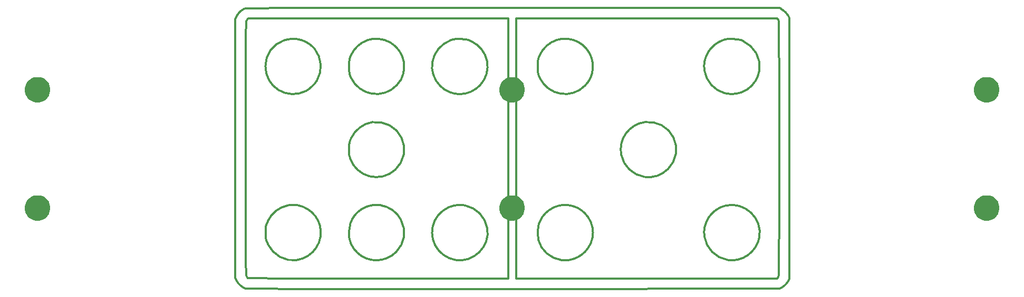
<source format=gbr>
G04 #@! TF.GenerationSoftware,KiCad,Pcbnew,(5.1.4)-1*
G04 #@! TF.CreationDate,2020-11-05T18:39:36-08:00*
G04 #@! TF.ProjectId,bottom,626f7474-6f6d-42e6-9b69-6361645f7063,rev?*
G04 #@! TF.SameCoordinates,Original*
G04 #@! TF.FileFunction,Soldermask,Bot*
G04 #@! TF.FilePolarity,Negative*
%FSLAX46Y46*%
G04 Gerber Fmt 4.6, Leading zero omitted, Abs format (unit mm)*
G04 Created by KiCad (PCBNEW (5.1.4)-1) date 2020-11-05 18:39:36*
%MOMM*%
%LPD*%
G04 APERTURE LIST*
%ADD10C,0.300000*%
%ADD11C,0.025000*%
%ADD12C,0.100000*%
G04 APERTURE END LIST*
D10*
X79256779Y-62936417D02*
X72493531Y-62919624D01*
X153293821Y-20978134D02*
X152991177Y-20488620D01*
X87268821Y-62942287D02*
X79256779Y-62936417D01*
X108143821Y-62943818D02*
X87268821Y-62942287D01*
X152832655Y-20264965D02*
G75*
G02X152991177Y-20488620I-1697350J-1371052D01*
G01*
X108143821Y-41993818D02*
X108143821Y-62943818D01*
X65743820Y-19502826D02*
G75*
G02X66213741Y-19404474I474699J-1096283D01*
G01*
X73168096Y-19380070D02*
X66213741Y-19404474D01*
X152199021Y-19696462D02*
G75*
G02X152422675Y-19854984I-1147398J-1855865D01*
G01*
X108901665Y-19372546D02*
X84014559Y-19364507D01*
X151709509Y-19393818D02*
X108901665Y-19372546D01*
X152199021Y-19696462D02*
X151709509Y-19393818D01*
X152991177Y-63499017D02*
X153293821Y-63009502D01*
X153293821Y-41993818D02*
X153293821Y-20978134D01*
X152991177Y-63499017D02*
G75*
G02X152832655Y-63722672I-1855872J1147397D01*
G01*
X152638534Y-20049106D02*
G75*
G02X152832655Y-20264965I-1938534J-1938531D01*
G01*
X153293821Y-63009502D02*
X153293821Y-41993818D01*
X84014559Y-19364507D02*
X73168096Y-19380070D01*
X152422676Y-19854984D02*
G75*
G02X152638534Y-20049106I-1722678J-2132649D01*
G01*
X72493531Y-62919624D02*
X66382860Y-62897520D01*
X85592515Y-24523695D02*
G75*
G02X86202181Y-24384764I940391J-2719529D01*
G01*
X86202181Y-24384763D02*
G75*
G02X86955618Y-24345107I693032J-5989839D01*
G01*
X86955618Y-24345107D02*
G75*
G02X87720282Y-24400401I-61809J-6169709D01*
G01*
X90166449Y-31863980D02*
X90393657Y-31611431D01*
X87720283Y-24400401D02*
G75*
G02X88366579Y-24551485I-467210J-3456485D01*
G01*
X90166448Y-31863980D02*
G75*
G02X88377962Y-33000890I-3189552J3042323D01*
G01*
X82640445Y-29925023D02*
G75*
G02X82602621Y-29549890I2405636J432027D01*
G01*
X103647361Y-31768585D02*
G75*
G02X102189962Y-32835558I-3413063J3133138D01*
G01*
X102189962Y-32835557D02*
G75*
G02X100458587Y-33242117I-1842730J3957556D01*
G01*
X100458587Y-33242117D02*
G75*
G02X98713819Y-32923968I-110652J4336509D01*
G01*
X98713818Y-32923968D02*
G75*
G02X97217942Y-31932644I1709651J4204085D01*
G01*
X82732185Y-30240078D02*
X82934547Y-30691066D01*
X96951895Y-25923092D02*
G75*
G02X97870832Y-25090544I3520647J-2962546D01*
G01*
X96568216Y-31113984D02*
G75*
G02X96119700Y-30164224I3923719J2433726D01*
G01*
X95934765Y-28151992D02*
G75*
G02X96293447Y-26965317I4585563J-738481D01*
G01*
X91096946Y-27116957D02*
G75*
G02X91423409Y-29006421I-4160824J-1691844D01*
G01*
X90933416Y-30864215D02*
G75*
G02X90813226Y-31065560I-1573665J802824D01*
G01*
X86263715Y-33173247D02*
G75*
G02X84301033Y-32340582I716641J4418662D01*
G01*
X91423409Y-29006421D02*
G75*
G02X90933415Y-30864214I-4521910J199141D01*
G01*
X90393657Y-31611431D02*
X90619589Y-31331428D01*
X88366579Y-24551485D02*
G75*
G02X90012622Y-25537020I-1438386J-4269778D01*
G01*
X95902657Y-29152707D02*
G75*
G02X95934764Y-28151992I3916027J375230D01*
G01*
X90012622Y-25537020D02*
G75*
G02X91096946Y-27116957I-3070386J-3269292D01*
G01*
X84301033Y-32340582D02*
G75*
G02X82934547Y-30691066I2727097J3649941D01*
G01*
X88377963Y-33000890D02*
G75*
G02X86263715Y-33173247I-1406062J4194136D01*
G01*
X104652222Y-29969328D02*
G75*
G02X103647361Y-31768585I-4287851J1214479D01*
G01*
X96119700Y-30164224D02*
G75*
G02X95902657Y-29152706I4237933J1438386D01*
G01*
X97217942Y-31932645D02*
G75*
G02X96568216Y-31113984I3198090J3205307D01*
G01*
X96293446Y-26965317D02*
G75*
G02X96951894Y-25923092I4135193J-1883389D01*
G01*
X97870832Y-25090543D02*
G75*
G02X98992515Y-24518210I2764274J-4032217D01*
G01*
X90619589Y-31331428D02*
X90813226Y-31065560D01*
X82732186Y-30240079D02*
G75*
G02X82640445Y-29925023I1439505J590052D01*
G01*
X73540906Y-24345666D02*
G75*
G02X74279681Y-24391642I54584J-5081493D01*
G01*
X69350543Y-27375378D02*
G75*
G02X69944763Y-26166258I3974116J-1202498D01*
G01*
X76129152Y-25128229D02*
G75*
G02X76670791Y-25542500I-3252089J-4813169D01*
G01*
X77727041Y-27157004D02*
G75*
G02X78021729Y-28480399I-4268990J-1645108D01*
G01*
X77415035Y-31066640D02*
G75*
G02X77101183Y-31501994I-2452756J1437414D01*
G01*
X77914268Y-29818144D02*
G75*
G02X77415035Y-31066640I-4388473J1030747D01*
G01*
X76624003Y-31999499D02*
G75*
G02X76106142Y-32449599I-5218680J5481360D01*
G01*
X69144903Y-28758284D02*
G75*
G02X69350544Y-27375378I4798415J-6791D01*
G01*
X82912319Y-26921486D02*
X82726952Y-27352418D01*
X74279682Y-24391642D02*
G75*
G02X74973738Y-24544887I-582297J-4285593D01*
G01*
X74973738Y-24544887D02*
G75*
G02X75531395Y-24773213I-999892J-3237272D01*
G01*
X75664533Y-32733252D02*
G75*
G02X73432661Y-33236206I-2100405J4117129D01*
G01*
X82602640Y-28051325D02*
G75*
G02X82639463Y-27669436I2652236J-63015D01*
G01*
X78021730Y-28480398D02*
G75*
G02X77914268Y-29818144I-4463419J-314643D01*
G01*
X82593821Y-28793818D02*
X82602621Y-29549890D01*
X82602640Y-28051325D02*
X82593821Y-28793818D01*
X69710316Y-30966220D02*
G75*
G02X69144903Y-28758285I4003033J2201471D01*
G01*
X69944763Y-26166258D02*
G75*
G02X70893322Y-25213349I3364708J-2400778D01*
G01*
X82912318Y-26921486D02*
G75*
G02X83389409Y-26125257I4312234J-2042789D01*
G01*
X77101182Y-31501994D02*
G75*
G02X76624002Y-31999499I-5714651J5003602D01*
G01*
X84005368Y-25449445D02*
G75*
G02X84746058Y-24911539I3004957J-3358873D01*
G01*
X75531395Y-24773214D02*
G75*
G02X76129151Y-25128230I-2743794J-5300587D01*
G01*
X76106142Y-32449600D02*
G75*
G02X75664533Y-32733252I-1645660J2076482D01*
G01*
X77054392Y-25950713D02*
G75*
G02X77727041Y-27157004I-3917544J-2975178D01*
G01*
X72129441Y-24575440D02*
G75*
G02X72807484Y-24407429I1317884J-3866397D01*
G01*
X82639464Y-27669435D02*
G75*
G02X82726952Y-27352418I1611287J-274094D01*
G01*
X83389409Y-26125256D02*
G75*
G02X84005368Y-25449445I3613923J-2675251D01*
G01*
X71267797Y-32594939D02*
G75*
G02X69710316Y-30966220I2279593J3738925D01*
G01*
X84746058Y-24911539D02*
G75*
G02X85592515Y-24523695I2421778J-4167850D01*
G01*
X76670791Y-25542501D02*
G75*
G02X77054392Y-25950713I-1748530J-2027455D01*
G01*
X72807484Y-24407429D02*
G75*
G02X73540906Y-24345666I787423J-4965003D01*
G01*
X73432662Y-33236206D02*
G75*
G02X71267798Y-32594939I125127J4397253D01*
G01*
X109443821Y-21043818D02*
X130388150Y-21043818D01*
X151332480Y-62943818D02*
X130388150Y-62943818D01*
X151618360Y-59181880D02*
X151588887Y-62408044D01*
X108143821Y-21043818D02*
X108143821Y-41993818D01*
X65986611Y-23917445D02*
X66050677Y-21537296D01*
X151588887Y-21579593D02*
X151618360Y-24805757D01*
X151488150Y-21266069D02*
G75*
G02X151588887Y-21579593I-456173J-319517D01*
G01*
X79256779Y-21051220D02*
X87268821Y-21045350D01*
X72493531Y-21068013D02*
X79256779Y-21051220D01*
X65949518Y-55735746D02*
X65943821Y-41993818D01*
X65986611Y-60070192D02*
X65949518Y-55735746D01*
X66283790Y-62867287D02*
G75*
G02X66050677Y-62450340I291559J436649D01*
G01*
X66382860Y-62897521D02*
G75*
G02X66283791Y-62867287I658J179589D01*
G01*
X151639523Y-29952554D02*
X151643821Y-41993818D01*
X151488150Y-62721568D02*
X151332480Y-62943818D01*
X66050677Y-62450340D02*
X65986611Y-60070192D01*
X66382860Y-21090116D02*
X72493531Y-21068013D01*
X151643821Y-41993818D02*
X151639523Y-54035083D01*
X65949518Y-28251890D02*
X65986611Y-23917445D01*
X66283790Y-21120350D02*
G75*
G02X66382860Y-21090116I99728J-149355D01*
G01*
X66050678Y-21537296D02*
G75*
G02X66283791Y-21120350I524671J-19703D01*
G01*
X151639523Y-54035083D02*
X151618360Y-59181880D01*
X87268821Y-21045350D02*
X108143821Y-21043818D01*
X130388150Y-62943818D02*
X109443821Y-62943818D01*
X70893323Y-25213349D02*
G75*
G02X72129442Y-24575440I2758783J-3829268D01*
G01*
X151332480Y-21043818D02*
X151488150Y-21266069D01*
X151588887Y-62408044D02*
G75*
G02X151488150Y-62721568I-556910J5993D01*
G01*
X109443821Y-41993818D02*
X109443821Y-21043818D01*
X109443821Y-62943818D02*
X109443821Y-41993818D01*
X65943821Y-41993818D02*
X65949518Y-28251890D01*
X151618360Y-24805757D02*
X151639523Y-29952554D01*
X130388150Y-21043818D02*
X151332480Y-21043818D01*
X65912604Y-64542112D02*
G75*
G02X65542903Y-64374591I391106J1354831D01*
G01*
X64749719Y-20327020D02*
G75*
G02X65059318Y-19982782I2589912J-2017968D01*
G01*
X65402864Y-19696140D02*
G75*
G02X65743821Y-19502826I1069117J-1488317D01*
G01*
X65142576Y-64071850D02*
G75*
G02X64777337Y-63695144I2298811J2594245D01*
G01*
X64510058Y-20693819D02*
G75*
G02X64749718Y-20327020I2320176J-1254269D01*
G01*
X152638533Y-63938531D02*
G75*
G02X152422675Y-64132653I-1938535J1938527D01*
G01*
X152422675Y-64132653D02*
G75*
G02X152199021Y-64291175I-1371052J1697343D01*
G01*
X64293821Y-62893818D02*
X64511579Y-63300640D01*
X151709509Y-64593818D02*
X152199021Y-64291175D01*
X66324782Y-64600865D02*
X75990398Y-64620268D01*
X88744071Y-64631337D02*
X109001665Y-64622990D01*
X64510058Y-20693818D02*
X64293821Y-21093818D01*
X65059318Y-19982782D02*
G75*
G02X65402863Y-19696140I2147434J-2224549D01*
G01*
X65542903Y-64374591D02*
G75*
G02X65142576Y-64071850I1746245J2725183D01*
G01*
X64777337Y-63695144D02*
G75*
G02X64511579Y-63300640I1806485J1503707D01*
G01*
X64293821Y-21093818D02*
X64293821Y-41993818D01*
X109001665Y-64622990D02*
X151709509Y-64593818D01*
X75990398Y-64620268D02*
X88744071Y-64631337D01*
X66324782Y-64600865D02*
G75*
G02X65912604Y-64542113I3200J1497658D01*
G01*
X64293821Y-41993818D02*
X64293821Y-62893818D01*
X140887550Y-58675253D02*
G75*
G02X140075283Y-57550245I3172382J3146229D01*
G01*
X116844087Y-51089159D02*
X116343821Y-51180060D01*
X140075283Y-57550244D02*
G75*
G02X139636891Y-56218818I4145714J2102923D01*
G01*
X139636891Y-56218818D02*
G75*
G02X139687910Y-54584819I4098782J689819D01*
G01*
X139687910Y-54584819D02*
G75*
G02X140361328Y-53052239I4434994J-1034503D01*
G01*
X141548721Y-51857432D02*
G75*
G02X143068936Y-51189797I2484145J-3591839D01*
G01*
X116844087Y-51089160D02*
G75*
G02X117231970Y-51061714I376733J-2569635D01*
G01*
X117231971Y-51061714D02*
G75*
G02X117627803Y-51092125I-11783J-2744665D01*
G01*
X140361328Y-53052239D02*
G75*
G02X141548722Y-51857433I3813790J-2602713D01*
G01*
X135047628Y-42877628D02*
G75*
G02X133798239Y-45295221I-4386522J735280D01*
G01*
X120429494Y-58671657D02*
G75*
G02X119886386Y-59136507I-3183757J3170052D01*
G01*
X119886386Y-59136507D02*
G75*
G02X119272699Y-59513014I-2716310J3739049D01*
G01*
X116655962Y-59972565D02*
G75*
G02X115416985Y-59599778I700627J4573869D01*
G01*
X113481957Y-57926118D02*
G75*
G02X112997817Y-56798004I3278912J2075117D01*
G01*
X112997817Y-56798004D02*
G75*
G02X112843448Y-55489559I4962102J1248753D01*
G01*
X113028167Y-54193583D02*
G75*
G02X113538237Y-53102111I3518876J-979534D01*
G01*
X113538237Y-53102111D02*
G75*
G02X114101257Y-52426719I3939161J-2711393D01*
G01*
X134649668Y-40193139D02*
G75*
G02X135047628Y-42877628I-3944825J-1956539D01*
G01*
X133798240Y-45295221D02*
G75*
G02X132960672Y-45960847I-3394269J3411287D01*
G01*
X132960671Y-45960846D02*
G75*
G02X132012615Y-46409495I-2364333J3770153D01*
G01*
X114779332Y-51864530D02*
G75*
G02X115538949Y-51441823I2649718J-3867745D01*
G01*
X132750197Y-38242662D02*
G75*
G02X134649668Y-40193138I-2076766J-3922597D01*
G01*
X132012615Y-46409495D02*
G75*
G02X131005147Y-46617042I-1359181J4048713D01*
G01*
X118812034Y-51372663D02*
G75*
G02X119398196Y-51634296I-1364957J-3845482D01*
G01*
X112843448Y-55489559D02*
G75*
G02X113028166Y-54193583I5052129J-58940D01*
G01*
X119272699Y-59513015D02*
G75*
G02X118604208Y-59791584I-2127979J4165189D01*
G01*
X130058582Y-37755240D02*
G75*
G02X132750198Y-38242663I579112J-4477517D01*
G01*
X115416985Y-59599779D02*
G75*
G02X114317310Y-58893000I1981612J4292067D01*
G01*
X118604208Y-59791584D02*
G75*
G02X117898021Y-59964979I-1483287J4516236D01*
G01*
X117898021Y-59964980D02*
G75*
G02X116655962Y-59972565I-644818J3891359D01*
G01*
X118156927Y-51187843D02*
G75*
G02X118812033Y-51372662I-1068309J-5040161D01*
G01*
X121396706Y-57231886D02*
G75*
G02X120429494Y-58671657I-4192670J1771797D01*
G01*
X118156928Y-51187844D02*
X117627803Y-51092125D01*
X114101257Y-52426719D02*
G75*
G02X114779331Y-51864530I3399507J-3410234D01*
G01*
X119398196Y-51634295D02*
G75*
G02X119934191Y-51983622I-1937071J-3558050D01*
G01*
X115538949Y-51441823D02*
G75*
G02X116343821Y-51180060I1700050J-3859036D01*
G01*
X119934191Y-51983622D02*
G75*
G02X120439375Y-52430452I-3050256J-3957599D01*
G01*
X120439375Y-52430453D02*
G75*
G02X121402057Y-53875210I-3248511J-3207683D01*
G01*
X114317310Y-58892999D02*
G75*
G02X113481957Y-57926118I2818062J3279008D01*
G01*
X121402056Y-53875210D02*
G75*
G02X121737977Y-55554432I-3994866J-1672364D01*
G01*
X121737977Y-55554432D02*
G75*
G02X121396706Y-57231886I-4326913J6850D01*
G01*
X127025833Y-39580061D02*
G75*
G02X128358194Y-38348789I3658238J-2622072D01*
G01*
X144193821Y-24372717D02*
X143746741Y-24370247D01*
X128358193Y-38348788D02*
G75*
G02X130058582Y-37755240I2261811J-3747204D01*
G01*
X147077894Y-25534338D02*
G75*
G02X147969856Y-26679383I-3158660J-3380449D01*
G01*
X143746741Y-24370247D02*
X143352009Y-24388179D01*
X148449982Y-28021968D02*
G75*
G02X148462760Y-29411425I-3959647J-731202D01*
G01*
X140269246Y-26422041D02*
G75*
G02X141352288Y-25240645I3871616J-2462157D01*
G01*
X142793821Y-24478616D02*
G75*
G02X143024862Y-24424163I424616J-1284252D01*
G01*
X143352009Y-24388179D02*
X143024862Y-24424163D01*
X145872581Y-24717951D02*
G75*
G02X147077894Y-25534338I-1990175J-4236247D01*
G01*
X147786856Y-31179618D02*
G75*
G02X146481836Y-32507324I-3755534J2386150D01*
G01*
X146481837Y-32507325D02*
G75*
G02X144756438Y-33178401I-2419233J3666448D01*
G01*
X140020647Y-30676738D02*
G75*
G02X139635626Y-29444704I4052306J1942559D01*
G01*
X131005146Y-46617043D02*
G75*
G02X129992415Y-46572860I-332032J4018075D01*
G01*
X129992415Y-46572860D02*
G75*
G02X128677380Y-46147493I817571J4772961D01*
G01*
X126282792Y-43023121D02*
G75*
G02X126290921Y-41233433I4200269J875783D01*
G01*
X126290921Y-41233433D02*
G75*
G02X127025833Y-39580061I4371144J-952925D01*
G01*
X145872581Y-24717951D02*
X145461916Y-24542684D01*
X128677380Y-46147493D02*
G75*
G02X127571235Y-45374868I1941036J3957057D01*
G01*
X127571235Y-45374868D02*
G75*
G02X126754631Y-44307386I3021089J3157164D01*
G01*
X144774108Y-24399082D02*
X144193821Y-24372717D01*
X147969856Y-26679383D02*
G75*
G02X148449982Y-28021968I-3897698J-2151011D01*
G01*
X148462760Y-29411425D02*
G75*
G02X147786856Y-31179618I-4679189J775371D01*
G01*
X142889831Y-33088618D02*
G75*
G02X141729179Y-32589613I1056100J4055719D01*
G01*
X139674096Y-27881467D02*
G75*
G02X140269247Y-26422041I4325386J-912821D01*
G01*
X141729178Y-32589613D02*
G75*
G02X140742015Y-31758830I2406979J3861929D01*
G01*
X140742015Y-31758830D02*
G75*
G02X140020647Y-30676738I3451660J3082516D01*
G01*
X144774109Y-24399082D02*
G75*
G02X145139817Y-24448248I-171926J-2663514D01*
G01*
X144756438Y-33178401D02*
G75*
G02X142889830Y-33088618I-719202J4496123D01*
G01*
X139635626Y-29444704D02*
G75*
G02X139674095Y-27881467I4233584J677908D01*
G01*
X126754631Y-44307385D02*
G75*
G02X126282791Y-43023121I4114891J2240622D01*
G01*
X145139816Y-24448248D02*
G75*
G02X145461916Y-24542684I-410858J-1997866D01*
G01*
X116563715Y-33173247D02*
G75*
G02X114601033Y-32340582I716641J4418662D01*
G01*
X120466448Y-31863980D02*
G75*
G02X118677962Y-33000890I-3189552J3042323D01*
G01*
X99984166Y-51084564D02*
G75*
G02X100366611Y-51064244I336644J-2726865D01*
G01*
X99984166Y-51084564D02*
X99494837Y-51161341D01*
X100366611Y-51064244D02*
G75*
G02X100756299Y-51097080I-48404J-2903221D01*
G01*
X121184512Y-30933924D02*
G75*
G02X120881693Y-31384930I-3141570J1782187D01*
G01*
X116478199Y-24390329D02*
G75*
G02X117222188Y-24347884I738307J-6399500D01*
G01*
X117222188Y-24347884D02*
G75*
G02X117979542Y-24392199I-5821J-6593246D01*
G01*
X117979542Y-24392198D02*
G75*
G02X118609911Y-24526092I-400411J-3435967D01*
G01*
X118609911Y-24526092D02*
G75*
G02X120081484Y-25320308I-1303425J-4175487D01*
G01*
X113032185Y-30240078D02*
X113234547Y-30691066D01*
X112940445Y-29925023D02*
G75*
G02X112902621Y-29549890I2405636J432027D01*
G01*
X115046058Y-24911539D02*
G75*
G02X115892515Y-24523695I2421778J-4167850D01*
G01*
X112939464Y-27669435D02*
G75*
G02X113026952Y-27352418I1611287J-274094D01*
G01*
X113689409Y-26125256D02*
G75*
G02X114305368Y-25449445I3613923J-2675251D01*
G01*
X120881693Y-31384930D02*
G75*
G02X120466449Y-31863980I-5235328J4118531D01*
G01*
X118677963Y-33000890D02*
G75*
G02X116563715Y-33173247I-1406062J4194136D01*
G01*
X114601033Y-32340582D02*
G75*
G02X113234547Y-30691066I2727097J3649941D01*
G01*
X112902640Y-28051325D02*
X112893821Y-28793818D01*
X121695355Y-28213556D02*
G75*
G02X121594297Y-29875859I-4279000J-574084D01*
G01*
X121594297Y-29875859D02*
G75*
G02X121411164Y-30451047I-5468544J1424373D01*
G01*
X121411164Y-30451047D02*
G75*
G02X121184513Y-30933925I-3235627J1224093D01*
G01*
X113032186Y-30240079D02*
G75*
G02X112940445Y-29925023I1439505J590052D01*
G01*
X112893821Y-28793818D02*
X112902621Y-29549890D01*
X113212318Y-26921486D02*
G75*
G02X113689409Y-26125257I4312234J-2042789D01*
G01*
X120081484Y-25320309D02*
G75*
G02X121163656Y-26615042I-2873702J-3501535D01*
G01*
X113212319Y-26921486D02*
X113026952Y-27352418D01*
X141352289Y-25240645D02*
G75*
G02X142793821Y-24478616I2981495J-3895613D01*
G01*
X115892515Y-24523695D02*
G75*
G02X116478199Y-24390329I902018J-2608554D01*
G01*
X121163655Y-26615042D02*
G75*
G02X121695355Y-28213555I-3941208J-2198614D01*
G01*
X112902640Y-28051325D02*
G75*
G02X112939463Y-27669436I2652236J-63015D01*
G01*
X114305368Y-25449445D02*
G75*
G02X115046058Y-24911539I3004957J-3358873D01*
G01*
X90868609Y-53415274D02*
G75*
G02X91357823Y-54807835I-4618905J-2404858D01*
G01*
X87624425Y-51139026D02*
X87116856Y-51074475D01*
X97729215Y-59137874D02*
G75*
G02X96394145Y-57584250I2602709J3587020D01*
G01*
X96886110Y-52752613D02*
G75*
G02X97650790Y-52023113I3815533J-3234014D01*
G01*
X91397006Y-56202766D02*
G75*
G02X90976874Y-57516019I-4031804J566014D01*
G01*
X90976874Y-57516019D02*
G75*
G02X90130686Y-58671657I-4188994J2179670D01*
G01*
X98552511Y-51469936D02*
G75*
G02X99494837Y-51161341I1669634J-3505361D01*
G01*
X89524300Y-51902169D02*
G75*
G02X90297367Y-52589028I-2597301J-3701767D01*
G01*
X86498939Y-51091159D02*
X86038953Y-51180090D01*
X87624425Y-51139026D02*
G75*
G02X88610428Y-51405367I-609388J-4214257D01*
G01*
X90130686Y-58671657D02*
G75*
G02X88704375Y-59639709I-3226864J3219630D01*
G01*
X88704374Y-59639709D02*
G75*
G02X87026438Y-60003748I-1773204J4124076D01*
G01*
X86802615Y-51061348D02*
G75*
G02X87116856Y-51074475I60239J-2325837D01*
G01*
X104351205Y-53586421D02*
G75*
G02X104772840Y-54892286I-4334757J-2120598D01*
G01*
X104772840Y-54892285D02*
G75*
G02X104605008Y-56920492I-4019221J-688461D01*
G01*
X104605008Y-56920492D02*
G75*
G02X103479694Y-58699745I-4376209J1522310D01*
G01*
X101679166Y-59802022D02*
G75*
G02X99636814Y-59949500I-1311257J3943460D01*
G01*
X95902266Y-55599294D02*
G75*
G02X96349123Y-53582707I4584291J41968D01*
G01*
X96394145Y-57584250D02*
G75*
G02X95902267Y-55599294I3922236J2025365D01*
G01*
X96349123Y-53582708D02*
G75*
G02X96886109Y-52752613I3470477J-1656306D01*
G01*
X86498939Y-51091159D02*
G75*
G02X86802615Y-51061348I358619J-2091518D01*
G01*
X88610427Y-51405367D02*
G75*
G02X89524300Y-51902170I-1714676J-4243098D01*
G01*
X90297367Y-52589029D02*
G75*
G02X90868609Y-53415274I-3005442J-2688468D01*
G01*
X87026438Y-60003748D02*
G75*
G02X85348208Y-59710314I-93621J4410391D01*
G01*
X91357824Y-54807835D02*
G75*
G02X91397007Y-56202765I-4103938J-813294D01*
G01*
X101271860Y-51190968D02*
X100756299Y-51097080D01*
X101271860Y-51190968D02*
G75*
G02X102530910Y-51662400I-935798J-4416213D01*
G01*
X102530910Y-51662400D02*
G75*
G02X103584788Y-52481118I-2132389J-3832524D01*
G01*
X103584788Y-52481118D02*
G75*
G02X104351205Y-53586421I-3241402J-3065958D01*
G01*
X103479693Y-58699745D02*
G75*
G02X101679166Y-59802022I-3271984J3322977D01*
G01*
X99636815Y-59949500D02*
G75*
G02X97729216Y-59137874I815804J4564986D01*
G01*
X97650790Y-52023113D02*
G75*
G02X98552511Y-51469935I3056667J-3971068D01*
G01*
X82543821Y-55575009D02*
G75*
G02X82792664Y-54054977I4766920J-3D01*
G01*
X77307326Y-57981834D02*
G75*
G02X75979620Y-59286854I-3713856J2450514D01*
G01*
X82792664Y-54054976D02*
G75*
G02X83511743Y-52733042I4127427J-1388612D01*
G01*
X69193821Y-55543818D02*
X69203022Y-56251203D01*
X74211427Y-59962757D02*
G75*
G02X72826409Y-59948824I-652938J3940346D01*
G01*
X84631932Y-51742848D02*
G75*
G02X86038953Y-51180090I2359270J-3858389D01*
G01*
X69240221Y-54464499D02*
G75*
G02X69327574Y-54150454I1625328J-282920D01*
G01*
X77978402Y-56256436D02*
G75*
G02X77307326Y-57981834I-4337523J693834D01*
G01*
X85348208Y-59710313D02*
G75*
G02X83920049Y-58803490I1542253J4006918D01*
G01*
X83302685Y-58096332D02*
G75*
G02X82875241Y-57342469I3112136J2262709D01*
G01*
X70335087Y-58575479D02*
G75*
G02X69515326Y-57372579I3418384J3210364D01*
G01*
X74398256Y-51149151D02*
G75*
G02X75944352Y-51776281I-936736J-4528781D01*
G01*
X82627124Y-56511578D02*
G75*
G02X82543821Y-55575009I5223214J936566D01*
G01*
X70086640Y-52792734D02*
G75*
G02X70840167Y-52038126I3493114J-2734580D01*
G01*
X72826409Y-59948825D02*
G75*
G02X71483357Y-59467402I821457J4405772D01*
G01*
X71483357Y-59467401D02*
G75*
G02X70335087Y-58575478I2254645J4087758D01*
G01*
X77888621Y-54389828D02*
G75*
G02X77978403Y-56256436I-4406341J-1147406D01*
G01*
X75979620Y-59286854D02*
G75*
G02X74211427Y-59962758I-2543564J4003285D01*
G01*
X83511743Y-52733042D02*
G75*
G02X84631933Y-51742848I3359113J-2671387D01*
G01*
X69510273Y-53725858D02*
G75*
G02X70086640Y-52792735I4478719J-2121831D01*
G01*
X72793821Y-51147728D02*
G75*
G02X74398256Y-51149150I798765J-3896566D01*
G01*
X69510273Y-53725858D02*
X69327574Y-54150454D01*
X69202978Y-54838852D02*
X69193821Y-55543818D01*
X69240565Y-56625303D02*
G75*
G02X69203022Y-56251203I2504105J440235D01*
G01*
X83920049Y-58803491D02*
G75*
G02X83302685Y-58096332I3651427J3810835D01*
G01*
X82875241Y-57342469D02*
G75*
G02X82627123Y-56511578I3544501J1510939D01*
G01*
X69202978Y-54838852D02*
G75*
G02X69240221Y-54464498I2571698J-66820D01*
G01*
X77178170Y-52917676D02*
G75*
G02X77888620Y-54389828I-3373856J-2535701D01*
G01*
X69328951Y-56940696D02*
X69515326Y-57372579D01*
X69328951Y-56940696D02*
G75*
G02X69240565Y-56625303I1540199J601707D01*
G01*
X70840166Y-52038126D02*
G75*
G02X71751653Y-51485435I2737083J-3485989D01*
G01*
X75944352Y-51776281D02*
G75*
G02X77178171Y-52917676I-2523199J-3965075D01*
G01*
X89968587Y-45447359D02*
G75*
G02X88042088Y-46481388I-2987563J3254481D01*
G01*
X99600273Y-24383744D02*
G75*
G02X99980072Y-24363180I416376J-4172405D01*
G01*
X82629628Y-43200166D02*
X82740762Y-43584629D01*
X102249312Y-24756417D02*
G75*
G02X103871502Y-26050755I-1954899J-4113781D01*
G01*
X99288124Y-24433407D02*
G75*
G02X99600272Y-24383745I581428J-2648695D01*
G01*
X82560701Y-41959493D02*
X82549752Y-42491764D01*
X104733448Y-27919583D02*
G75*
G02X104652222Y-29969327I-4294864J-856286D01*
G01*
X82594697Y-41412973D02*
X82560701Y-41959493D01*
X82649706Y-41045611D02*
G75*
G02X82747071Y-40718364I2214922J-480894D01*
G01*
X82917103Y-40317966D02*
X82747071Y-40718364D01*
X83506643Y-39386837D02*
G75*
G02X84323659Y-38603883I3756731J-3102405D01*
G01*
X98992515Y-24518211D02*
G75*
G02X99288124Y-24433407I816901J-2289948D01*
G01*
X102249312Y-24756416D02*
X101788054Y-24553448D01*
X71751654Y-51485435D02*
G75*
G02X72793821Y-51147729I2033648J-4498947D01*
G01*
X88042088Y-46481389D02*
G75*
G02X85847306Y-46470767I-1076363J4350347D01*
G01*
X82594697Y-41412973D02*
G75*
G02X82649706Y-41045611I2842397J-237822D01*
G01*
X85283596Y-38042399D02*
G75*
G02X86293821Y-37763095I1488585J-3417512D01*
G01*
X101454952Y-24449862D02*
G75*
G02X101788054Y-24553448I-448902J-2030906D01*
G01*
X82629628Y-43200166D02*
G75*
G02X82570412Y-42867079I2505736J617277D01*
G01*
X85847306Y-46470766D02*
G75*
G02X83922699Y-45419585I1116198J4331117D01*
G01*
X83922698Y-45419585D02*
G75*
G02X82740762Y-43584629I2987531J3222470D01*
G01*
X91003954Y-40271595D02*
G75*
G02X91342771Y-43014747I-3925778J-1877388D01*
G01*
X103871502Y-26050755D02*
G75*
G02X104733449Y-27919583I-3465706J-2731652D01*
G01*
X82917103Y-40317966D02*
G75*
G02X83506644Y-39386838I3974410J-1864189D01*
G01*
X100493821Y-24368390D02*
X99980072Y-24363180D01*
X86293821Y-37763095D02*
G75*
G02X89074475Y-38264510I599754J-4634916D01*
G01*
X84323659Y-38603883D02*
G75*
G02X85283595Y-38042398I2838742J-3751906D01*
G01*
X101088736Y-24397238D02*
X100493821Y-24368390D01*
X89074475Y-38264511D02*
G75*
G02X91003955Y-40271596I-2067457J-3918496D01*
G01*
X82570412Y-42867079D02*
G75*
G02X82549752Y-42491764I3376226J374075D01*
G01*
X91342772Y-43014747D02*
G75*
G02X89968587Y-45447359I-4433518J900053D01*
G01*
X101088735Y-24397238D02*
G75*
G02X101454951Y-24449862I-167911J-2469086D01*
G01*
X145030116Y-59900114D02*
G75*
G02X143336814Y-59949500I-964817J4026954D01*
G01*
X142006613Y-59497680D02*
G75*
G02X140887550Y-58675252I2059229J3974515D01*
G01*
X143068936Y-51189797D02*
G75*
G02X145217237Y-51251706I953610J-4213858D01*
G01*
X146607927Y-59180785D02*
G75*
G02X145030117Y-59900115I-2633212J3685718D01*
G01*
X147115985Y-52337360D02*
G75*
G02X148294273Y-54169332I-3144350J-3317296D01*
G01*
X147815752Y-57910951D02*
G75*
G02X146607927Y-59180785I-3903997J2504016D01*
G01*
X143336814Y-59949499D02*
G75*
G02X142006613Y-59497680I823679J4609021D01*
G01*
X145217237Y-51251706D02*
G75*
G02X147115985Y-52337360I-1276189J-4435212D01*
G01*
X148453688Y-56293819D02*
G75*
G02X147815751Y-57910951I-4422227J810113D01*
G01*
X148294272Y-54169332D02*
G75*
G02X148453687Y-56293818I-3977321J-1366669D01*
G01*
X152832655Y-63722672D02*
G75*
G02X152638534Y-63938531I-2132655J1722672D01*
G01*
D11*
X64705702Y-63640488D02*
G75*
G02X64439944Y-63245984I1806485J1503707D01*
G01*
X65471268Y-64319935D02*
G75*
G02X65070941Y-64017194I1746245J2725183D01*
G01*
X65070941Y-64017194D02*
G75*
G02X64705702Y-63640488I2298811J2594245D01*
G01*
X64222186Y-62839162D02*
X64439944Y-63245984D01*
X64222186Y-41939162D02*
X64222186Y-62839162D01*
X64987683Y-19928126D02*
G75*
G02X65331228Y-19641484I2147434J-2224549D01*
G01*
X64678084Y-20272364D02*
G75*
G02X64987683Y-19928126I2589912J-2017968D01*
G01*
X64222186Y-21039162D02*
X64222186Y-41939162D01*
X65331229Y-19641484D02*
G75*
G02X65672186Y-19448170I1069117J-1488317D01*
G01*
X64438423Y-20639163D02*
G75*
G02X64678083Y-20272364I2320176J-1254269D01*
G01*
X64438423Y-20639162D02*
X64222186Y-21039162D01*
X76034507Y-32394944D02*
G75*
G02X75592898Y-32678596I-1645660J2076482D01*
G01*
X77842633Y-29763488D02*
G75*
G02X77343400Y-31011984I-4388473J1030747D01*
G01*
X72057806Y-24520784D02*
G75*
G02X72735849Y-24352773I1317884J-3866397D01*
G01*
X82660551Y-30185423D02*
G75*
G02X82568810Y-29870367I1439505J590052D01*
G01*
X82522186Y-28739162D02*
X82530986Y-29495234D01*
X82531005Y-27996669D02*
X82522186Y-28739162D01*
X72735849Y-24352773D02*
G75*
G02X73469271Y-24291010I787423J-4965003D01*
G01*
X82568810Y-29870367D02*
G75*
G02X82530986Y-29495234I2405636J432027D01*
G01*
X82531005Y-27996669D02*
G75*
G02X82567828Y-27614780I2652236J-63015D01*
G01*
X82840683Y-26866830D02*
G75*
G02X83317774Y-26070601I4312234J-2042789D01*
G01*
X75592898Y-32678596D02*
G75*
G02X73361026Y-33181550I-2100405J4117129D01*
G01*
X77655406Y-27102348D02*
G75*
G02X77950094Y-28425743I-4268990J-1645108D01*
G01*
X82567829Y-27614779D02*
G75*
G02X82655317Y-27297762I1611287J-274094D01*
G01*
X69073268Y-28703628D02*
G75*
G02X69278909Y-27320722I4798415J-6791D01*
G01*
X74208047Y-24336986D02*
G75*
G02X74902103Y-24490231I-582297J-4285593D01*
G01*
X69638681Y-30911564D02*
G75*
G02X69073268Y-28703629I4003033J2201471D01*
G01*
X77950095Y-28425742D02*
G75*
G02X77842633Y-29763488I-4463419J-314643D01*
G01*
X76552368Y-31944843D02*
G75*
G02X76034507Y-32394943I-5218680J5481360D01*
G01*
X76599156Y-25487845D02*
G75*
G02X76982757Y-25896057I-1748530J-2027455D01*
G01*
X82840684Y-26866830D02*
X82655317Y-27297762D01*
X83317774Y-26070600D02*
G75*
G02X83933733Y-25394789I3613923J-2675251D01*
G01*
X77343400Y-31011984D02*
G75*
G02X77029548Y-31447338I-2452756J1437414D01*
G01*
X83933733Y-25394789D02*
G75*
G02X84674423Y-24856883I3004957J-3358873D01*
G01*
X77029547Y-31447338D02*
G75*
G02X76552367Y-31944843I-5714651J5003602D01*
G01*
X73469271Y-24291010D02*
G75*
G02X74208046Y-24336986I54584J-5081493D01*
G01*
X74902103Y-24490231D02*
G75*
G02X75459760Y-24718557I-999892J-3237272D01*
G01*
X75459760Y-24718558D02*
G75*
G02X76057516Y-25073574I-2743794J-5300587D01*
G01*
X71196162Y-32540283D02*
G75*
G02X69638681Y-30911564I2279593J3738925D01*
G01*
X84674423Y-24856883D02*
G75*
G02X85520880Y-24469039I2421778J-4167850D01*
G01*
X76057517Y-25073573D02*
G75*
G02X76599156Y-25487844I-3252089J-4813169D01*
G01*
X76982757Y-25896057D02*
G75*
G02X77655406Y-27102348I-3917544J-2975178D01*
G01*
X73361027Y-33181550D02*
G75*
G02X71196163Y-32540283I125127J4397253D01*
G01*
X65877883Y-28197234D02*
X65914976Y-23862789D01*
X109372186Y-20989162D02*
X130316515Y-20989162D01*
X65914976Y-60015536D02*
X65877883Y-55681090D01*
X151416515Y-62666912D02*
X151260845Y-62889162D01*
X65877883Y-55681090D02*
X65872186Y-41939162D01*
X109372186Y-41939162D02*
X109372186Y-20989162D01*
X109372186Y-62889162D02*
X109372186Y-41939162D01*
X87197186Y-20990694D02*
X108072186Y-20989162D01*
X65979042Y-62395684D02*
X65914976Y-60015536D01*
X69278908Y-27320722D02*
G75*
G02X69873128Y-26111602I3974116J-1202498D01*
G01*
X69873128Y-26111602D02*
G75*
G02X70821687Y-25158693I3364708J-2400778D01*
G01*
X70821688Y-25158693D02*
G75*
G02X72057807Y-24520784I2758783J-3829268D01*
G01*
X130316515Y-62889162D02*
X109372186Y-62889162D01*
X66311225Y-21035460D02*
X72421896Y-21013357D01*
X65872186Y-41939162D02*
X65877883Y-28197234D01*
X151546725Y-59127224D02*
X151517252Y-62353388D01*
X79185144Y-20996564D02*
X87197186Y-20990694D01*
X151567888Y-29897898D02*
X151572186Y-41939162D01*
X72421896Y-21013357D02*
X79185144Y-20996564D01*
X151567888Y-53980427D02*
X151546725Y-59127224D01*
X108072186Y-20989162D02*
X108072186Y-41939162D01*
X66212155Y-21065694D02*
G75*
G02X66311225Y-21035460I99728J-149355D01*
G01*
X65979043Y-21482640D02*
G75*
G02X66212156Y-21065694I524671J-19703D01*
G01*
X151260845Y-20989162D02*
X151416515Y-21211413D01*
X130316515Y-20989162D02*
X151260845Y-20989162D01*
X151416515Y-21211413D02*
G75*
G02X151517252Y-21524937I-456173J-319517D01*
G01*
X151572186Y-41939162D02*
X151567888Y-53980427D01*
X65914976Y-23862789D02*
X65979042Y-21482640D01*
X151546725Y-24751101D02*
X151567888Y-29897898D01*
X151517252Y-62353388D02*
G75*
G02X151416515Y-62666912I-556910J5993D01*
G01*
X151260845Y-62889162D02*
X130316515Y-62889162D01*
X151517252Y-21524937D02*
X151546725Y-24751101D01*
X153222186Y-41939162D02*
X153222186Y-20923478D01*
X88672436Y-64576681D02*
X108930030Y-64568334D01*
X75918763Y-64565612D02*
X88672436Y-64576681D01*
X65840969Y-64487456D02*
G75*
G02X65471268Y-64319935I391106J1354831D01*
G01*
X151637874Y-64539162D02*
X152127386Y-64236519D01*
X66212155Y-62812631D02*
G75*
G02X65979042Y-62395684I291559J436649D01*
G01*
X66311225Y-62842865D02*
G75*
G02X66212156Y-62812631I658J179589D01*
G01*
X152919542Y-63444361D02*
X153222186Y-62954846D01*
X72421896Y-62864968D02*
X66311225Y-62842864D01*
X79185144Y-62881761D02*
X72421896Y-62864968D01*
X152919542Y-63444361D02*
G75*
G02X152761020Y-63668016I-1855872J1147397D01*
G01*
X87197186Y-62887631D02*
X79185144Y-62881761D01*
X152351040Y-64077997D02*
G75*
G02X152127386Y-64236519I-1371052J1697343D01*
G01*
X108072186Y-62889162D02*
X87197186Y-62887631D01*
X66253147Y-64546209D02*
G75*
G02X65840969Y-64487457I3200J1497658D01*
G01*
X108072186Y-41939162D02*
X108072186Y-62889162D01*
X65672185Y-19448170D02*
G75*
G02X66142106Y-19349818I474699J-1096283D01*
G01*
X73096461Y-19325414D02*
X66142106Y-19349818D01*
X152127386Y-19641806D02*
G75*
G02X152351040Y-19800328I-1147398J-1855865D01*
G01*
X152566898Y-63883875D02*
G75*
G02X152351040Y-64077997I-1938535J1938527D01*
G01*
X108930030Y-64568334D02*
X151637874Y-64539162D01*
X83942924Y-19309851D02*
X73096461Y-19325414D01*
X108830030Y-19317890D02*
X83942924Y-19309851D01*
X151637874Y-19339162D02*
X108830030Y-19317890D01*
X152127386Y-19641806D02*
X151637874Y-19339162D01*
X66253147Y-64546209D02*
X75918763Y-64565612D01*
X152351041Y-19800328D02*
G75*
G02X152566899Y-19994450I-1722678J-2132649D01*
G01*
X152566899Y-19994450D02*
G75*
G02X152761020Y-20210309I-1938534J-1938531D01*
G01*
X152761020Y-20210309D02*
G75*
G02X152919542Y-20433964I-1697350J-1371052D01*
G01*
X152761020Y-63668016D02*
G75*
G02X152566899Y-63883875I-2132655J1722672D01*
G01*
X153222186Y-62954846D02*
X153222186Y-41939162D01*
X153222186Y-20923478D02*
X152919542Y-20433964D01*
X120367740Y-52375797D02*
G75*
G02X121330422Y-53820554I-3248511J-3207683D01*
G01*
X121325071Y-57177230D02*
G75*
G02X120357859Y-58617001I-4192670J1771797D01*
G01*
X116772452Y-51034503D02*
X116272186Y-51125404D01*
X119862556Y-51928966D02*
G75*
G02X120367740Y-52375796I-3050256J-3957599D01*
G01*
X116772452Y-51034504D02*
G75*
G02X117160335Y-51007058I376733J-2569635D01*
G01*
X118085292Y-51133187D02*
G75*
G02X118740398Y-51318006I-1068309J-5040161D01*
G01*
X141934978Y-59443024D02*
G75*
G02X140815915Y-58620596I2059229J3974515D01*
G01*
X121330421Y-53820554D02*
G75*
G02X121666342Y-55499776I-3994866J-1672364D01*
G01*
X121666342Y-55499776D02*
G75*
G02X121325071Y-57177230I-4326913J6850D01*
G01*
X140815915Y-58620597D02*
G75*
G02X140003648Y-57495589I3172382J3146229D01*
G01*
X118085293Y-51133188D02*
X117556168Y-51037469D01*
X140003648Y-57495588D02*
G75*
G02X139565256Y-56164162I4145714J2102923D01*
G01*
X140289693Y-52997583D02*
G75*
G02X141477087Y-51802777I3813790J-2602713D01*
G01*
X119326561Y-51579639D02*
G75*
G02X119862556Y-51928966I-1937071J-3558050D01*
G01*
X139565256Y-56164162D02*
G75*
G02X139616275Y-54530163I4098782J689819D01*
G01*
X139616275Y-54530163D02*
G75*
G02X140289693Y-52997583I4434994J-1034503D01*
G01*
X117160336Y-51007058D02*
G75*
G02X117556168Y-51037469I-11783J-2744665D01*
G01*
X141477086Y-51802776D02*
G75*
G02X142997301Y-51135141I2484145J-3591839D01*
G01*
X118740399Y-51318007D02*
G75*
G02X119326561Y-51579640I-1364957J-3845482D01*
G01*
X120357859Y-58617001D02*
G75*
G02X119814751Y-59081851I-3183757J3170052D01*
G01*
X130933511Y-46562387D02*
G75*
G02X129920780Y-46518204I-332032J4018075D01*
G01*
X118532573Y-59736928D02*
G75*
G02X117826386Y-59910323I-1483287J4516236D01*
G01*
X127499600Y-45320212D02*
G75*
G02X126682996Y-44252730I3021089J3157164D01*
G01*
X115345350Y-59545123D02*
G75*
G02X114245675Y-58838344I1981612J4292067D01*
G01*
X128605745Y-46092837D02*
G75*
G02X127499600Y-45320212I1941036J3957057D01*
G01*
X117826386Y-59910324D02*
G75*
G02X116584327Y-59917909I-644818J3891359D01*
G01*
X129986947Y-37700584D02*
G75*
G02X132678563Y-38188007I579112J-4477517D01*
G01*
X126682996Y-44252729D02*
G75*
G02X126211156Y-42968465I4114891J2240622D01*
G01*
X126954198Y-39525405D02*
G75*
G02X128286559Y-38294133I3658238J-2622072D01*
G01*
X116584327Y-59917909D02*
G75*
G02X115345350Y-59545122I700627J4573869D01*
G01*
X134975993Y-42822972D02*
G75*
G02X133726604Y-45240565I-4386522J735280D01*
G01*
X126219286Y-41178777D02*
G75*
G02X126954198Y-39525405I4371144J-952925D01*
G01*
X126211157Y-42968465D02*
G75*
G02X126219286Y-41178777I4200269J875783D01*
G01*
X128286558Y-38294132D02*
G75*
G02X129986947Y-37700584I2261811J-3747204D01*
G01*
X129920780Y-46518204D02*
G75*
G02X128605745Y-46092837I817571J4772961D01*
G01*
X113410322Y-57871462D02*
G75*
G02X112926182Y-56743348I3278912J2075117D01*
G01*
X132678562Y-38188006D02*
G75*
G02X134578033Y-40138482I-2076766J-3922597D01*
G01*
X112956532Y-54138927D02*
G75*
G02X113466602Y-53047455I3518876J-979534D01*
G01*
X134578033Y-40138483D02*
G75*
G02X134975993Y-42822972I-3944825J-1956539D01*
G01*
X112926182Y-56743348D02*
G75*
G02X112771813Y-55434903I4962102J1248753D01*
G01*
X115467314Y-51387167D02*
G75*
G02X116272186Y-51125404I1700050J-3859036D01*
G01*
X133726605Y-45240565D02*
G75*
G02X132889037Y-45906191I-3394269J3411287D01*
G01*
X132889036Y-45906190D02*
G75*
G02X131940980Y-46354839I-2364333J3770153D01*
G01*
X119814751Y-59081851D02*
G75*
G02X119201064Y-59458358I-2716310J3739049D01*
G01*
X114245675Y-58838343D02*
G75*
G02X113410322Y-57871462I2818062J3279008D01*
G01*
X114707697Y-51809874D02*
G75*
G02X115467314Y-51387167I2649718J-3867745D01*
G01*
X112771813Y-55434903D02*
G75*
G02X112956531Y-54138927I5052129J-58940D01*
G01*
X131940980Y-46354839D02*
G75*
G02X130933512Y-46562386I-1359181J4048713D01*
G01*
X113466602Y-53047455D02*
G75*
G02X114029622Y-52372063I3939161J-2711393D01*
G01*
X142722186Y-24423960D02*
G75*
G02X142953227Y-24369507I424616J-1284252D01*
G01*
X119201064Y-59458359D02*
G75*
G02X118532573Y-59736928I-2127979J4165189D01*
G01*
X114029622Y-52372063D02*
G75*
G02X114707696Y-51809874I3399507J-3410234D01*
G01*
X145800946Y-24663295D02*
X145390281Y-24488028D01*
X145800946Y-24663295D02*
G75*
G02X147006259Y-25479682I-1990175J-4236247D01*
G01*
X146410202Y-32452669D02*
G75*
G02X144684803Y-33123745I-2419233J3666448D01*
G01*
X139602461Y-27826811D02*
G75*
G02X140197612Y-26367385I4325386J-912821D01*
G01*
X141657543Y-32534957D02*
G75*
G02X140670380Y-31704174I2406979J3861929D01*
G01*
X141280654Y-25185989D02*
G75*
G02X142722186Y-24423960I2981495J-3895613D01*
G01*
X140670380Y-31704174D02*
G75*
G02X139949012Y-30622082I3451660J3082516D01*
G01*
X139949012Y-30622082D02*
G75*
G02X139563991Y-29390048I4052306J1942559D01*
G01*
X115820880Y-24469039D02*
G75*
G02X116406564Y-24335673I902018J-2608554D01*
G01*
X121092020Y-26560386D02*
G75*
G02X121623720Y-28158899I-3941208J-2198614D01*
G01*
X144684803Y-33123745D02*
G75*
G02X142818195Y-33033962I-719202J4496123D01*
G01*
X120009849Y-25265653D02*
G75*
G02X121092021Y-26560386I-2873702J-3501535D01*
G01*
X143280374Y-24333523D02*
X142953227Y-24369507D01*
X147898221Y-26624727D02*
G75*
G02X148378347Y-27967312I-3897698J-2151011D01*
G01*
X143675106Y-24315591D02*
X143280374Y-24333523D01*
X148378347Y-27967312D02*
G75*
G02X148391125Y-29356769I-3959647J-731202D01*
G01*
X140197611Y-26367385D02*
G75*
G02X141280653Y-25185989I3871616J-2462157D01*
G01*
X144122186Y-24318061D02*
X143675106Y-24315591D01*
X147006259Y-25479682D02*
G75*
G02X147898221Y-26624727I-3158660J-3380449D01*
G01*
X144702473Y-24344426D02*
X144122186Y-24318061D01*
X139563991Y-29390048D02*
G75*
G02X139602460Y-27826811I4233584J677908D01*
G01*
X144702474Y-24344426D02*
G75*
G02X145068182Y-24393592I-171926J-2663514D01*
G01*
X142818196Y-33033962D02*
G75*
G02X141657544Y-32534957I1056100J4055719D01*
G01*
X145068181Y-24393592D02*
G75*
G02X145390281Y-24488028I-410858J-1997866D01*
G01*
X148391125Y-29356769D02*
G75*
G02X147715221Y-31124962I-4679189J775371D01*
G01*
X121623720Y-28158900D02*
G75*
G02X121522662Y-29821203I-4279000J-574084D01*
G01*
X116406564Y-24335673D02*
G75*
G02X117150553Y-24293228I738307J-6399500D01*
G01*
X147715221Y-31124962D02*
G75*
G02X146410201Y-32452668I-3755534J2386150D01*
G01*
X117150553Y-24293228D02*
G75*
G02X117907907Y-24337543I-5821J-6593246D01*
G01*
X117907907Y-24337542D02*
G75*
G02X118538276Y-24471436I-400411J-3435967D01*
G01*
X121522662Y-29821203D02*
G75*
G02X121339529Y-30396391I-5468544J1424373D01*
G01*
X118538276Y-24471436D02*
G75*
G02X120009849Y-25265652I-1303425J-4175487D01*
G01*
X99565180Y-59894844D02*
G75*
G02X97657581Y-59083218I815804J4564986D01*
G01*
X101200225Y-51136312D02*
X100684664Y-51042424D01*
X112831005Y-27996669D02*
X112822186Y-28739162D01*
X121339529Y-30396391D02*
G75*
G02X121112878Y-30879269I-3235627J1224093D01*
G01*
X120810058Y-31330274D02*
G75*
G02X120394814Y-31809324I-5235328J4118531D01*
G01*
X120394813Y-31809324D02*
G75*
G02X118606327Y-32946234I-3189552J3042323D01*
G01*
X112831005Y-27996669D02*
G75*
G02X112867828Y-27614780I2652236J-63015D01*
G01*
X121112877Y-30879268D02*
G75*
G02X120810058Y-31330274I-3141570J1782187D01*
G01*
X112960550Y-30185422D02*
X113162912Y-30636410D01*
X104701205Y-54837629D02*
G75*
G02X104533373Y-56865836I-4019221J-688461D01*
G01*
X101607531Y-59747366D02*
G75*
G02X99565179Y-59894844I-1311257J3943460D01*
G01*
X99912531Y-51029908D02*
G75*
G02X100294976Y-51009588I336644J-2726865D01*
G01*
X118606328Y-32946234D02*
G75*
G02X116492080Y-33118591I-1406062J4194136D01*
G01*
X116492080Y-33118591D02*
G75*
G02X114529398Y-32285926I716641J4418662D01*
G01*
X114529398Y-32285926D02*
G75*
G02X113162912Y-30636410I2727097J3649941D01*
G01*
X113140684Y-26866830D02*
X112955317Y-27297762D01*
X100294976Y-51009588D02*
G75*
G02X100684664Y-51042424I-48404J-2903221D01*
G01*
X103513153Y-52426462D02*
G75*
G02X104279570Y-53531765I-3241402J-3065958D01*
G01*
X114974423Y-24856883D02*
G75*
G02X115820880Y-24469039I2421778J-4167850D01*
G01*
X112960551Y-30185423D02*
G75*
G02X112868810Y-29870367I1439505J590052D01*
G01*
X112868810Y-29870367D02*
G75*
G02X112830986Y-29495234I2405636J432027D01*
G01*
X101200225Y-51136312D02*
G75*
G02X102459275Y-51607744I-935798J-4416213D01*
G01*
X112822186Y-28739162D02*
X112830986Y-29495234D01*
X102459275Y-51607744D02*
G75*
G02X103513153Y-52426462I-2132389J-3832524D01*
G01*
X112867829Y-27614779D02*
G75*
G02X112955317Y-27297762I1611287J-274094D01*
G01*
X113140683Y-26866830D02*
G75*
G02X113617774Y-26070601I4312234J-2042789D01*
G01*
X113617774Y-26070600D02*
G75*
G02X114233733Y-25394789I3613923J-2675251D01*
G01*
X103408058Y-58645089D02*
G75*
G02X101607531Y-59747366I-3271984J3322977D01*
G01*
X114233733Y-25394789D02*
G75*
G02X114974423Y-24856883I3004957J-3358873D01*
G01*
X99912531Y-51029908D02*
X99423202Y-51106685D01*
X104279570Y-53531765D02*
G75*
G02X104701205Y-54837630I-4334757J-2120598D01*
G01*
X104533373Y-56865836D02*
G75*
G02X103408059Y-58645089I-4376209J1522310D01*
G01*
X97657580Y-59083218D02*
G75*
G02X96322510Y-57529594I2602709J3587020D01*
G01*
X87552790Y-51084370D02*
X87045221Y-51019819D01*
X86427304Y-51036503D02*
G75*
G02X86730980Y-51006692I358619J-2091518D01*
G01*
X96322510Y-57529594D02*
G75*
G02X95830632Y-55544638I3922236J2025365D01*
G01*
X95830631Y-55544638D02*
G75*
G02X96277488Y-53528051I4584291J41968D01*
G01*
X96277488Y-53528052D02*
G75*
G02X96814474Y-52697957I3470477J-1656306D01*
G01*
X96814475Y-52697957D02*
G75*
G02X97579155Y-51968457I3815533J-3234014D01*
G01*
X86427304Y-51036503D02*
X85967318Y-51125434D01*
X97579155Y-51968457D02*
G75*
G02X98480876Y-51415279I3056667J-3971068D01*
G01*
X90796974Y-53360618D02*
G75*
G02X91286188Y-54753179I-4618905J-2404858D01*
G01*
X86730980Y-51006692D02*
G75*
G02X87045221Y-51019819I60239J-2325837D01*
G01*
X89452665Y-51847513D02*
G75*
G02X90225732Y-52534372I-2597301J-3701767D01*
G01*
X88538792Y-51350711D02*
G75*
G02X89452665Y-51847514I-1714676J-4243098D01*
G01*
X90059051Y-58617001D02*
G75*
G02X88632740Y-59585053I-3226864J3219630D01*
G01*
X90225732Y-52534373D02*
G75*
G02X90796974Y-53360618I-3005442J-2688468D01*
G01*
X90905239Y-57461363D02*
G75*
G02X90059051Y-58617001I-4188994J2179670D01*
G01*
X91286189Y-54753179D02*
G75*
G02X91325372Y-56148109I-4103938J-813294D01*
G01*
X87552790Y-51084370D02*
G75*
G02X88538793Y-51350711I-609388J-4214257D01*
G01*
X98480876Y-51415280D02*
G75*
G02X99423202Y-51106685I1669634J-3505361D01*
G01*
X91325371Y-56148110D02*
G75*
G02X90905239Y-57461363I-4031804J566014D01*
G01*
X69257316Y-56886040D02*
X69443691Y-57317923D01*
X69168586Y-54409843D02*
G75*
G02X69255939Y-54095798I1625328J-282920D01*
G01*
X69438638Y-53671202D02*
X69255939Y-54095798D01*
X69257316Y-56886040D02*
G75*
G02X69168930Y-56570647I1540199J601707D01*
G01*
X69131343Y-54784196D02*
G75*
G02X69168586Y-54409842I2571698J-66820D01*
G01*
X88632739Y-59585053D02*
G75*
G02X86954803Y-59949092I-1773204J4124076D01*
G01*
X86954803Y-59949092D02*
G75*
G02X85276573Y-59655658I-93621J4410391D01*
G01*
X72722186Y-51093072D02*
G75*
G02X74326621Y-51094494I798765J-3896566D01*
G01*
X77106535Y-52863020D02*
G75*
G02X77816985Y-54335172I-3373856J-2535701D01*
G01*
X85276573Y-59655657D02*
G75*
G02X83848414Y-58748834I1542253J4006918D01*
G01*
X83848414Y-58748835D02*
G75*
G02X83231050Y-58041676I3651427J3810835D01*
G01*
X75872717Y-51721625D02*
G75*
G02X77106536Y-52863020I-2523199J-3965075D01*
G01*
X74326621Y-51094495D02*
G75*
G02X75872717Y-51721625I-936736J-4528781D01*
G01*
X77816986Y-54335172D02*
G75*
G02X77906768Y-56201780I-4406341J-1147406D01*
G01*
X82721029Y-54000320D02*
G75*
G02X83440108Y-52678386I4127427J-1388612D01*
G01*
X83231050Y-58041676D02*
G75*
G02X82803606Y-57287813I3112136J2262709D01*
G01*
X82803606Y-57287813D02*
G75*
G02X82555488Y-56456922I3544501J1510939D01*
G01*
X82555489Y-56456922D02*
G75*
G02X82472186Y-55520353I5223214J936566D01*
G01*
X69168930Y-56570647D02*
G75*
G02X69131387Y-56196547I2504105J440235D01*
G01*
X82472186Y-55520353D02*
G75*
G02X82721029Y-54000321I4766920J-3D01*
G01*
X83440108Y-52678386D02*
G75*
G02X84560298Y-51688192I3359113J-2671387D01*
G01*
X84560297Y-51688192D02*
G75*
G02X85967318Y-51125434I2359270J-3858389D01*
G01*
X77906767Y-56201780D02*
G75*
G02X77235691Y-57927178I-4337523J693834D01*
G01*
X77235691Y-57927178D02*
G75*
G02X75907985Y-59232198I-3713856J2450514D01*
G01*
X75907985Y-59232198D02*
G75*
G02X74139792Y-59908102I-2543564J4003285D01*
G01*
X74139792Y-59908101D02*
G75*
G02X72754774Y-59894168I-652938J3940346D01*
G01*
X72754774Y-59894169D02*
G75*
G02X71411722Y-59412746I821457J4405772D01*
G01*
X71411722Y-59412745D02*
G75*
G02X70263452Y-58520822I2254645J4087758D01*
G01*
X69438638Y-53671202D02*
G75*
G02X70015005Y-52738079I4478719J-2121831D01*
G01*
X69131343Y-54784196D02*
X69122186Y-55489162D01*
X70263452Y-58520823D02*
G75*
G02X69443691Y-57317923I3418384J3210364D01*
G01*
X69122186Y-55489162D02*
X69131387Y-56196547D01*
X99528638Y-24329088D02*
G75*
G02X99908437Y-24308524I416376J-4172405D01*
G01*
X82557993Y-43145510D02*
G75*
G02X82498777Y-42812423I2505736J617277D01*
G01*
X70015005Y-52738078D02*
G75*
G02X70768532Y-51983470I3493114J-2734580D01*
G01*
X70768531Y-51983470D02*
G75*
G02X71680018Y-51430779I2737083J-3485989D01*
G01*
X90932319Y-40216939D02*
G75*
G02X91271136Y-42960091I-3925778J-1877388D01*
G01*
X100422186Y-24313734D02*
X99908437Y-24308524D01*
X82845468Y-40263310D02*
X82675436Y-40663708D01*
X71680019Y-51430779D02*
G75*
G02X72722186Y-51093073I2033648J-4498947D01*
G01*
X86222186Y-37708439D02*
G75*
G02X89002840Y-38209854I599754J-4634916D01*
G01*
X91271137Y-42960091D02*
G75*
G02X89896952Y-45392703I-4433518J900053D01*
G01*
X99216489Y-24378751D02*
G75*
G02X99528637Y-24329089I581428J-2648695D01*
G01*
X85211961Y-37987743D02*
G75*
G02X86222186Y-37708439I1488585J-3417512D01*
G01*
X89896952Y-45392703D02*
G75*
G02X87970453Y-46426732I-2987563J3254481D01*
G01*
X82845468Y-40263310D02*
G75*
G02X83435009Y-39332182I3974410J-1864189D01*
G01*
X87970453Y-46426733D02*
G75*
G02X85775671Y-46416111I-1076363J4350347D01*
G01*
X85775671Y-46416110D02*
G75*
G02X83851064Y-45364929I1116198J4331117D01*
G01*
X82489066Y-41904837D02*
X82478117Y-42437108D01*
X82557993Y-43145510D02*
X82669127Y-43529973D01*
X101017101Y-24342582D02*
X100422186Y-24313734D01*
X82578071Y-40990955D02*
G75*
G02X82675436Y-40663708I2214922J-480894D01*
G01*
X102177677Y-24701760D02*
X101716419Y-24498792D01*
X98920880Y-24463555D02*
G75*
G02X99216489Y-24378751I816901J-2289948D01*
G01*
X84252024Y-38549227D02*
G75*
G02X85211960Y-37987742I2838742J-3751906D01*
G01*
X82498777Y-42812423D02*
G75*
G02X82478117Y-42437108I3376226J374075D01*
G01*
X83851063Y-45364929D02*
G75*
G02X82669127Y-43529973I2987531J3222470D01*
G01*
X83435008Y-39332181D02*
G75*
G02X84252024Y-38549227I3756731J-3102405D01*
G01*
X101017100Y-24342582D02*
G75*
G02X101383316Y-24395206I-167911J-2469086D01*
G01*
X102177677Y-24701761D02*
G75*
G02X103799867Y-25996099I-1954899J-4113781D01*
G01*
X101383317Y-24395206D02*
G75*
G02X101716419Y-24498792I-448902J-2030906D01*
G01*
X89002840Y-38209855D02*
G75*
G02X90932320Y-40216940I-2067457J-3918496D01*
G01*
X82523062Y-41358317D02*
X82489066Y-41904837D01*
X82523062Y-41358317D02*
G75*
G02X82578071Y-40990955I2842397J-237822D01*
G01*
X104661813Y-27864927D02*
G75*
G02X104580587Y-29914671I-4294864J-856286D01*
G01*
X97799197Y-25035887D02*
G75*
G02X98920880Y-24463554I2764274J-4032217D01*
G01*
X90861781Y-30809559D02*
G75*
G02X90741591Y-31010904I-1573665J802824D01*
G01*
X103799867Y-25996099D02*
G75*
G02X104661814Y-27864927I-3465706J-2731652D01*
G01*
X84229398Y-32285926D02*
G75*
G02X82862912Y-30636410I2727097J3649941D01*
G01*
X104580587Y-29914672D02*
G75*
G02X103575726Y-31713929I-4287851J1214479D01*
G01*
X97146307Y-31877989D02*
G75*
G02X96496581Y-31059328I3198090J3205307D01*
G01*
X103575726Y-31713929D02*
G75*
G02X102118327Y-32780902I-3413063J3133138D01*
G01*
X96496581Y-31059328D02*
G75*
G02X96048065Y-30109568I3923719J2433726D01*
G01*
X96221811Y-26910661D02*
G75*
G02X96880259Y-25868436I4135193J-1883389D01*
G01*
X95863130Y-28097336D02*
G75*
G02X96221812Y-26910661I4585563J-738481D01*
G01*
X90094813Y-31809324D02*
G75*
G02X88306327Y-32946234I-3189552J3042323D01*
G01*
X90547954Y-31276772D02*
X90741591Y-31010904D01*
X85520880Y-24469039D02*
G75*
G02X86130546Y-24330108I940391J-2719529D01*
G01*
X91351774Y-28951765D02*
G75*
G02X90861780Y-30809558I-4521910J199141D01*
G01*
X86192080Y-33118591D02*
G75*
G02X84229398Y-32285926I716641J4418662D01*
G01*
X86883983Y-24290451D02*
G75*
G02X87648647Y-24345745I-61809J-6169709D01*
G01*
X88306328Y-32946234D02*
G75*
G02X86192080Y-33118591I-1406062J4194136D01*
G01*
X96880260Y-25868436D02*
G75*
G02X97799197Y-25035888I3520647J-2962546D01*
G01*
X87648648Y-24345745D02*
G75*
G02X88294944Y-24496829I-467210J-3456485D01*
G01*
X102118327Y-32780901D02*
G75*
G02X100386952Y-33187461I-1842730J3957556D01*
G01*
X82660550Y-30185422D02*
X82862912Y-30636410D01*
X98642183Y-32869312D02*
G75*
G02X97146307Y-31877988I1709651J4204085D01*
G01*
X100386952Y-33187461D02*
G75*
G02X98642184Y-32869312I-110652J4336509D01*
G01*
X96048065Y-30109568D02*
G75*
G02X95831022Y-29098050I4237933J1438386D01*
G01*
X86130546Y-24330107D02*
G75*
G02X86883983Y-24290451I693032J-5989839D01*
G01*
X90094814Y-31809324D02*
X90322022Y-31556775D01*
X89940987Y-25482364D02*
G75*
G02X91025311Y-27062301I-3070386J-3269292D01*
G01*
X95831022Y-29098051D02*
G75*
G02X95863129Y-28097336I3916027J375230D01*
G01*
X88294944Y-24496829D02*
G75*
G02X89940987Y-25482364I-1438386J-4269778D01*
G01*
X90322022Y-31556775D02*
X90547954Y-31276772D01*
X91025311Y-27062301D02*
G75*
G02X91351774Y-28951765I-4160824J-1691844D01*
G01*
X148222637Y-54114676D02*
G75*
G02X148382052Y-56239162I-3977321J-1366669D01*
G01*
X148382053Y-56239163D02*
G75*
G02X147744116Y-57856295I-4422227J810113D01*
G01*
X144958481Y-59845458D02*
G75*
G02X143265179Y-59894844I-964817J4026954D01*
G01*
X143265179Y-59894843D02*
G75*
G02X141934978Y-59443024I823679J4609021D01*
G01*
X142997301Y-51135141D02*
G75*
G02X145145602Y-51197050I953610J-4213858D01*
G01*
X145145602Y-51197050D02*
G75*
G02X147044350Y-52282704I-1276189J-4435212D01*
G01*
X146536292Y-59126129D02*
G75*
G02X144958482Y-59845459I-2633212J3685718D01*
G01*
X147744117Y-57856295D02*
G75*
G02X146536292Y-59126129I-3903997J2504016D01*
G01*
X147044350Y-52282704D02*
G75*
G02X148222638Y-54114676I-3144350J-3317296D01*
G01*
D12*
G36*
X109342004Y-49621568D02*
G01*
X109715261Y-49776176D01*
X109715263Y-49776177D01*
X110051186Y-50000634D01*
X110336866Y-50286314D01*
X110560863Y-50621548D01*
X110561324Y-50622239D01*
X110715932Y-50995496D01*
X110794750Y-51391743D01*
X110794750Y-51795757D01*
X110715932Y-52192004D01*
X110604148Y-52461874D01*
X110561323Y-52565263D01*
X110336866Y-52901186D01*
X110051186Y-53186866D01*
X109715263Y-53411323D01*
X109715262Y-53411324D01*
X109715261Y-53411324D01*
X109342004Y-53565932D01*
X108945757Y-53644750D01*
X108541743Y-53644750D01*
X108145496Y-53565932D01*
X107772239Y-53411324D01*
X107772238Y-53411324D01*
X107772237Y-53411323D01*
X107436314Y-53186866D01*
X107150634Y-52901186D01*
X106926177Y-52565263D01*
X106883352Y-52461874D01*
X106771568Y-52192004D01*
X106692750Y-51795757D01*
X106692750Y-51391743D01*
X106771568Y-50995496D01*
X106926176Y-50622239D01*
X106926638Y-50621548D01*
X107150634Y-50286314D01*
X107436314Y-50000634D01*
X107772237Y-49776177D01*
X107772239Y-49776176D01*
X108145496Y-49621568D01*
X108541743Y-49542750D01*
X108945757Y-49542750D01*
X109342004Y-49621568D01*
X109342004Y-49621568D01*
G37*
G36*
X33142004Y-49621568D02*
G01*
X33515261Y-49776176D01*
X33515263Y-49776177D01*
X33851186Y-50000634D01*
X34136866Y-50286314D01*
X34360863Y-50621548D01*
X34361324Y-50622239D01*
X34515932Y-50995496D01*
X34594750Y-51391743D01*
X34594750Y-51795757D01*
X34515932Y-52192004D01*
X34404148Y-52461874D01*
X34361323Y-52565263D01*
X34136866Y-52901186D01*
X33851186Y-53186866D01*
X33515263Y-53411323D01*
X33515262Y-53411324D01*
X33515261Y-53411324D01*
X33142004Y-53565932D01*
X32745757Y-53644750D01*
X32341743Y-53644750D01*
X31945496Y-53565932D01*
X31572239Y-53411324D01*
X31572238Y-53411324D01*
X31572237Y-53411323D01*
X31236314Y-53186866D01*
X30950634Y-52901186D01*
X30726177Y-52565263D01*
X30683352Y-52461874D01*
X30571568Y-52192004D01*
X30492750Y-51795757D01*
X30492750Y-51391743D01*
X30571568Y-50995496D01*
X30726176Y-50622239D01*
X30726638Y-50621548D01*
X30950634Y-50286314D01*
X31236314Y-50000634D01*
X31572237Y-49776177D01*
X31572239Y-49776176D01*
X31945496Y-49621568D01*
X32341743Y-49542750D01*
X32745757Y-49542750D01*
X33142004Y-49621568D01*
X33142004Y-49621568D01*
G37*
G36*
X185542004Y-49621568D02*
G01*
X185915261Y-49776176D01*
X185915263Y-49776177D01*
X186251186Y-50000634D01*
X186536866Y-50286314D01*
X186760863Y-50621548D01*
X186761324Y-50622239D01*
X186915932Y-50995496D01*
X186994750Y-51391743D01*
X186994750Y-51795757D01*
X186915932Y-52192004D01*
X186804148Y-52461874D01*
X186761323Y-52565263D01*
X186536866Y-52901186D01*
X186251186Y-53186866D01*
X185915263Y-53411323D01*
X185915262Y-53411324D01*
X185915261Y-53411324D01*
X185542004Y-53565932D01*
X185145757Y-53644750D01*
X184741743Y-53644750D01*
X184345496Y-53565932D01*
X183972239Y-53411324D01*
X183972238Y-53411324D01*
X183972237Y-53411323D01*
X183636314Y-53186866D01*
X183350634Y-52901186D01*
X183126177Y-52565263D01*
X183083352Y-52461874D01*
X182971568Y-52192004D01*
X182892750Y-51795757D01*
X182892750Y-51391743D01*
X182971568Y-50995496D01*
X183126176Y-50622239D01*
X183126638Y-50621548D01*
X183350634Y-50286314D01*
X183636314Y-50000634D01*
X183972237Y-49776177D01*
X183972239Y-49776176D01*
X184345496Y-49621568D01*
X184741743Y-49542750D01*
X185145757Y-49542750D01*
X185542004Y-49621568D01*
X185542004Y-49621568D01*
G37*
G36*
X109342004Y-30571568D02*
G01*
X109715261Y-30726176D01*
X109715263Y-30726177D01*
X110051186Y-30950634D01*
X110336866Y-31236314D01*
X110560863Y-31571548D01*
X110561324Y-31572239D01*
X110715932Y-31945496D01*
X110794750Y-32341743D01*
X110794750Y-32745757D01*
X110715932Y-33142004D01*
X110604148Y-33411874D01*
X110561323Y-33515263D01*
X110336866Y-33851186D01*
X110051186Y-34136866D01*
X109715263Y-34361323D01*
X109715262Y-34361324D01*
X109715261Y-34361324D01*
X109342004Y-34515932D01*
X108945757Y-34594750D01*
X108541743Y-34594750D01*
X108145496Y-34515932D01*
X107772239Y-34361324D01*
X107772238Y-34361324D01*
X107772237Y-34361323D01*
X107436314Y-34136866D01*
X107150634Y-33851186D01*
X106926177Y-33515263D01*
X106883352Y-33411874D01*
X106771568Y-33142004D01*
X106692750Y-32745757D01*
X106692750Y-32341743D01*
X106771568Y-31945496D01*
X106926176Y-31572239D01*
X106926638Y-31571548D01*
X107150634Y-31236314D01*
X107436314Y-30950634D01*
X107772237Y-30726177D01*
X107772239Y-30726176D01*
X108145496Y-30571568D01*
X108541743Y-30492750D01*
X108945757Y-30492750D01*
X109342004Y-30571568D01*
X109342004Y-30571568D01*
G37*
G36*
X185542004Y-30571568D02*
G01*
X185915261Y-30726176D01*
X185915263Y-30726177D01*
X186251186Y-30950634D01*
X186536866Y-31236314D01*
X186760863Y-31571548D01*
X186761324Y-31572239D01*
X186915932Y-31945496D01*
X186994750Y-32341743D01*
X186994750Y-32745757D01*
X186915932Y-33142004D01*
X186804148Y-33411874D01*
X186761323Y-33515263D01*
X186536866Y-33851186D01*
X186251186Y-34136866D01*
X185915263Y-34361323D01*
X185915262Y-34361324D01*
X185915261Y-34361324D01*
X185542004Y-34515932D01*
X185145757Y-34594750D01*
X184741743Y-34594750D01*
X184345496Y-34515932D01*
X183972239Y-34361324D01*
X183972238Y-34361324D01*
X183972237Y-34361323D01*
X183636314Y-34136866D01*
X183350634Y-33851186D01*
X183126177Y-33515263D01*
X183083352Y-33411874D01*
X182971568Y-33142004D01*
X182892750Y-32745757D01*
X182892750Y-32341743D01*
X182971568Y-31945496D01*
X183126176Y-31572239D01*
X183126638Y-31571548D01*
X183350634Y-31236314D01*
X183636314Y-30950634D01*
X183972237Y-30726177D01*
X183972239Y-30726176D01*
X184345496Y-30571568D01*
X184741743Y-30492750D01*
X185145757Y-30492750D01*
X185542004Y-30571568D01*
X185542004Y-30571568D01*
G37*
G36*
X33142004Y-30571568D02*
G01*
X33515261Y-30726176D01*
X33515263Y-30726177D01*
X33851186Y-30950634D01*
X34136866Y-31236314D01*
X34360863Y-31571548D01*
X34361324Y-31572239D01*
X34515932Y-31945496D01*
X34594750Y-32341743D01*
X34594750Y-32745757D01*
X34515932Y-33142004D01*
X34404148Y-33411874D01*
X34361323Y-33515263D01*
X34136866Y-33851186D01*
X33851186Y-34136866D01*
X33515263Y-34361323D01*
X33515262Y-34361324D01*
X33515261Y-34361324D01*
X33142004Y-34515932D01*
X32745757Y-34594750D01*
X32341743Y-34594750D01*
X31945496Y-34515932D01*
X31572239Y-34361324D01*
X31572238Y-34361324D01*
X31572237Y-34361323D01*
X31236314Y-34136866D01*
X30950634Y-33851186D01*
X30726177Y-33515263D01*
X30683352Y-33411874D01*
X30571568Y-33142004D01*
X30492750Y-32745757D01*
X30492750Y-32341743D01*
X30571568Y-31945496D01*
X30726176Y-31572239D01*
X30726638Y-31571548D01*
X30950634Y-31236314D01*
X31236314Y-30950634D01*
X31572237Y-30726177D01*
X31572239Y-30726176D01*
X31945496Y-30571568D01*
X32341743Y-30492750D01*
X32745757Y-30492750D01*
X33142004Y-30571568D01*
X33142004Y-30571568D01*
G37*
M02*

</source>
